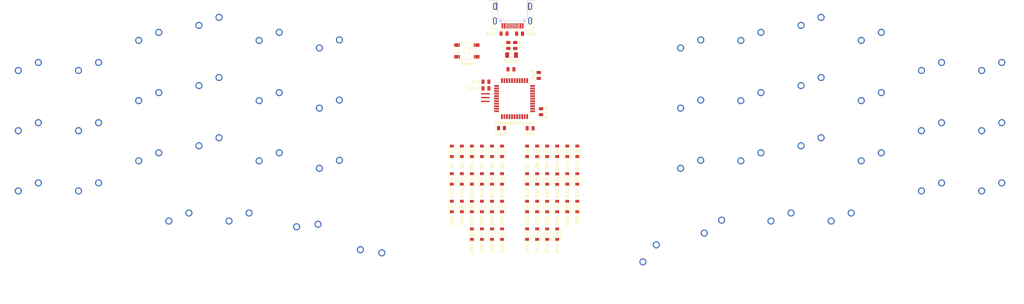
<source format=kicad_pcb>
(kicad_pcb (version 20200119) (host pcbnew "(5.99.0-1351-gc977addfa)")
  (layers (0 "F.Cu" signal) (31 "B.Cu" signal) (34 "B.Paste" user) (35 "F.Paste" user) (36 "B.SilkS" user) (37 "F.SilkS" user) (38 "B.Mask" user) (39 "F.Mask" user) (44 "Edge.Cuts" user))
  (net 0 "")
  (net 1 "GND")
  (net 2 "Net-(C1-Pad1)")
  (net 3 "Net-(D1-Pad2)")
  (net 4 "row0")
  (net 5 "Net-(D2-Pad2)")
  (net 6 "Net-(D3-Pad2)")
  (net 7 "Net-(D4-Pad2)")
  (net 8 "Net-(D5-Pad2)")
  (net 9 "Net-(D6-Pad2)")
  (net 10 "Net-(D7-Pad2)")
  (net 11 "Net-(D8-Pad2)")
  (net 12 "Net-(D9-Pad2)")
  (net 13 "Net-(D10-Pad2)")
  (net 14 "Net-(D11-Pad2)")
  (net 15 "Net-(D12-Pad2)")
  (net 16 "Net-(D13-Pad2)")
  (net 17 "row1")
  (net 18 "Net-(D14-Pad2)")
  (net 19 "Net-(D15-Pad2)")
  (net 20 "Net-(D16-Pad2)")
  (net 21 "Net-(D17-Pad2)")
  (net 22 "Net-(D18-Pad2)")
  (net 23 "Net-(D19-Pad2)")
  (net 24 "Net-(D20-Pad2)")
  (net 25 "Net-(D21-Pad2)")
  (net 26 "Net-(D22-Pad2)")
  (net 27 "Net-(D23-Pad2)")
  (net 28 "Net-(D24-Pad2)")
  (net 29 "Net-(D25-Pad2)")
  (net 30 "Net-(D26-Pad2)")
  (net 31 "Net-(D27-Pad2)")
  (net 32 "row2")
  (net 33 "Net-(D28-Pad2)")
  (net 34 "Net-(D29-Pad2)")
  (net 35 "Net-(D30-Pad2)")
  (net 36 "Net-(D31-Pad2)")
  (net 37 "Net-(D32-Pad2)")
  (net 38 "Net-(D33-Pad2)")
  (net 39 "Net-(D34-Pad2)")
  (net 40 "Net-(D35-Pad2)")
  (net 41 "Net-(D36-Pad2)")
  (net 42 "Net-(D37-Pad2)")
  (net 43 "Net-(D38-Pad2)")
  (net 44 "Net-(D39-Pad2)")
  (net 45 "Net-(D40-Pad2)")
  (net 46 "Net-(D41-Pad2)")
  (net 47 "row3")
  (net 48 "Net-(D42-Pad2)")
  (net 49 "Net-(D43-Pad2)")
  (net 50 "Net-(D44-Pad2)")
  (net 51 "+5V")
  (net 52 "VCC")
  (net 53 "Net-(J1-PadB8)")
  (net 54 "Net-(J1-PadA5)")
  (net 55 "D-")
  (net 56 "Net-(J1-PadB5)")
  (net 57 "Net-(J1-PadA8)")
  (net 58 "D+")
  (net 59 "col0")
  (net 60 "col1")
  (net 61 "col2")
  (net 62 "col3")
  (net 63 "col4")
  (net 64 "col5")
  (net 65 "col8")
  (net 66 "col9")
  (net 67 "col10")
  (net 68 "col11")
  (net 69 "col6")
  (net 70 "col7")
  (net 71 "Net-(R1-Pad1)")
  (net 72 "Net-(R4-Pad2)")
  (net 73 "Net-(R5-Pad2)")
  (net 74 "Net-(R6-Pad1)")
  (net 75 "Net-(U1-Pad42)")
  (net 76 "Net-(U1-Pad41)")
  (net 77 "Net-(U1-Pad40)")
  (net 78 "Net-(U1-Pad39)")
  (net 79 "Net-(U1-Pad38)")
  (net 80 "Net-(U1-Pad37)")
  (net 81 "Net-(U1-Pad36)")
  (net 82 "Net-(U1-Pad32)")
  (net 83 "Net-(U1-Pad31)")
  (net 84 "Net-(U1-Pad30)")
  (net 85 "Net-(U1-Pad29)")
  (net 86 "Net-(U1-Pad28)")
  (net 87 "Net-(U1-Pad27)")
  (net 88 "Net-(U1-Pad26)")
  (net 89 "Net-(U1-Pad25)")
  (net 90 "Net-(U1-Pad22)")
  (net 91 "Net-(U1-Pad21)")
  (net 92 "Net-(U1-Pad20)")
  (net 93 "Net-(U1-Pad19)")
  (net 94 "Net-(U1-Pad18)")
  (net 95 "Net-(U1-Pad17)")
  (net 96 "Net-(U1-Pad16)")
  (net 97 "Net-(U1-Pad12)")
  (net 98 "Net-(U1-Pad11)")
  (net 99 "Net-(U1-Pad10)")
  (net 100 "Net-(U1-Pad9)")
  (net 101 "Net-(U1-Pad8)")
  (net 102 "Net-(U1-Pad1)")
  (module "Local_Project:Resonator_SMD_muRata_CSTxExxV-3Pin_3.0x1.1mm_HandSoldering_Compact" (layer "F.Cu") (at 167.00625 36.985 90)
    (fp_text reference "Y1" hide)
    (fp_text value "16MHz" hide)
    (pad "1" smd roundrect (at -1.2 0 90) (size 0.4 2.8) (layers "F.Cu" "F.Paste" "F.Mask") (net 95 "Net-(U1-Pad17)"))
    (pad "2" smd roundrect (at 0 0 90) (size 0.4 2.8) (layers "F.Cu" "F.Paste" "F.Mask") (net 1 "GND"))
    (pad "3" smd roundrect (at 1.2 0 90) (size 0.4 2.8) (layers "F.Cu" "F.Paste" "F.Mask") (net 96 "Net-(U1-Pad16)"))
  )
  (module "Package_QFP:TQFP-44_10x10mm_P0.8mm" (layer "F.Cu") (at 176.2125 37.30625 -90)
    (fp_text reference "U1")
    (fp_text value "ATmega32U4-AU" (at 7.65 -0.0025 180) (layer "F.SilkS"))
    (pad "44" smd rect (at -4 -5.7) (size 1.5 0.55) (layers "F.Cu" "F.Paste" "F.Mask") (net 51 "+5V"))
    (pad "43" smd rect (at -3.2 -5.7) (size 1.5 0.55) (layers "F.Cu" "F.Paste" "F.Mask") (net 1 "GND"))
    (pad "42" smd rect (at -2.4 -5.7) (size 1.5 0.55) (layers "F.Cu" "F.Paste" "F.Mask") (net 75 "Net-(U1-Pad42)"))
    (pad "41" smd rect (at -1.6 -5.7) (size 1.5 0.55) (layers "F.Cu" "F.Paste" "F.Mask") (net 76 "Net-(U1-Pad41)"))
    (pad "40" smd rect (at -0.8 -5.7) (size 1.5 0.55) (layers "F.Cu" "F.Paste" "F.Mask") (net 77 "Net-(U1-Pad40)"))
    (pad "39" smd rect (at 0 -5.7) (size 1.5 0.55) (layers "F.Cu" "F.Paste" "F.Mask") (net 78 "Net-(U1-Pad39)"))
    (pad "38" smd rect (at 0.8 -5.7) (size 1.5 0.55) (layers "F.Cu" "F.Paste" "F.Mask") (net 79 "Net-(U1-Pad38)"))
    (pad "37" smd rect (at 1.6 -5.7) (size 1.5 0.55) (layers "F.Cu" "F.Paste" "F.Mask") (net 80 "Net-(U1-Pad37)"))
    (pad "36" smd rect (at 2.4 -5.7) (size 1.5 0.55) (layers "F.Cu" "F.Paste" "F.Mask") (net 81 "Net-(U1-Pad36)"))
    (pad "35" smd rect (at 3.2 -5.7) (size 1.5 0.55) (layers "F.Cu" "F.Paste" "F.Mask") (net 1 "GND"))
    (pad "34" smd rect (at 4 -5.7) (size 1.5 0.55) (layers "F.Cu" "F.Paste" "F.Mask") (net 51 "+5V"))
    (pad "33" smd rect (at 5.7 -4 270) (size 1.5 0.55) (layers "F.Cu" "F.Paste" "F.Mask") (net 74 "Net-(R6-Pad1)"))
    (pad "32" smd rect (at 5.7 -3.2 270) (size 1.5 0.55) (layers "F.Cu" "F.Paste" "F.Mask") (net 82 "Net-(U1-Pad32)"))
    (pad "31" smd rect (at 5.7 -2.4 270) (size 1.5 0.55) (layers "F.Cu" "F.Paste" "F.Mask") (net 83 "Net-(U1-Pad31)"))
    (pad "30" smd rect (at 5.7 -1.6 270) (size 1.5 0.55) (layers "F.Cu" "F.Paste" "F.Mask") (net 84 "Net-(U1-Pad30)"))
    (pad "29" smd rect (at 5.7 -0.8 270) (size 1.5 0.55) (layers "F.Cu" "F.Paste" "F.Mask") (net 85 "Net-(U1-Pad29)"))
    (pad "28" smd rect (at 5.7 0 270) (size 1.5 0.55) (layers "F.Cu" "F.Paste" "F.Mask") (net 86 "Net-(U1-Pad28)"))
    (pad "27" smd rect (at 5.7 0.8 270) (size 1.5 0.55) (layers "F.Cu" "F.Paste" "F.Mask") (net 87 "Net-(U1-Pad27)"))
    (pad "26" smd rect (at 5.7 1.6 270) (size 1.5 0.55) (layers "F.Cu" "F.Paste" "F.Mask") (net 88 "Net-(U1-Pad26)"))
    (pad "25" smd rect (at 5.7 2.4 270) (size 1.5 0.55) (layers "F.Cu" "F.Paste" "F.Mask") (net 89 "Net-(U1-Pad25)"))
    (pad "24" smd rect (at 5.7 3.2 270) (size 1.5 0.55) (layers "F.Cu" "F.Paste" "F.Mask") (net 51 "+5V"))
    (pad "23" smd rect (at 5.7 4 270) (size 1.5 0.55) (layers "F.Cu" "F.Paste" "F.Mask") (net 1 "GND"))
    (pad "22" smd rect (at 4 5.7) (size 1.5 0.55) (layers "F.Cu" "F.Paste" "F.Mask") (net 90 "Net-(U1-Pad22)"))
    (pad "21" smd rect (at 3.2 5.7) (size 1.5 0.55) (layers "F.Cu" "F.Paste" "F.Mask") (net 91 "Net-(U1-Pad21)"))
    (pad "20" smd rect (at 2.4 5.7) (size 1.5 0.55) (layers "F.Cu" "F.Paste" "F.Mask") (net 92 "Net-(U1-Pad20)"))
    (pad "19" smd rect (at 1.6 5.7) (size 1.5 0.55) (layers "F.Cu" "F.Paste" "F.Mask") (net 93 "Net-(U1-Pad19)"))
    (pad "18" smd rect (at 0.8 5.7) (size 1.5 0.55) (layers "F.Cu" "F.Paste" "F.Mask") (net 94 "Net-(U1-Pad18)"))
    (pad "17" smd rect (at 0 5.7) (size 1.5 0.55) (layers "F.Cu" "F.Paste" "F.Mask") (net 95 "Net-(U1-Pad17)"))
    (pad "16" smd rect (at -0.8 5.7) (size 1.5 0.55) (layers "F.Cu" "F.Paste" "F.Mask") (net 96 "Net-(U1-Pad16)"))
    (pad "15" smd rect (at -1.6 5.7) (size 1.5 0.55) (layers "F.Cu" "F.Paste" "F.Mask") (net 1 "GND"))
    (pad "14" smd rect (at -2.4 5.7) (size 1.5 0.55) (layers "F.Cu" "F.Paste" "F.Mask") (net 51 "+5V"))
    (pad "13" smd rect (at -3.2 5.7) (size 1.5 0.55) (layers "F.Cu" "F.Paste" "F.Mask") (net 71 "Net-(R1-Pad1)"))
    (pad "12" smd rect (at -4 5.7) (size 1.5 0.55) (layers "F.Cu" "F.Paste" "F.Mask") (net 97 "Net-(U1-Pad12)"))
    (pad "11" smd rect (at -5.7 4 270) (size 1.5 0.55) (layers "F.Cu" "F.Paste" "F.Mask") (net 98 "Net-(U1-Pad11)"))
    (pad "10" smd rect (at -5.7 3.2 270) (size 1.5 0.55) (layers "F.Cu" "F.Paste" "F.Mask") (net 99 "Net-(U1-Pad10)"))
    (pad "9" smd rect (at -5.7 2.4 270) (size 1.5 0.55) (layers "F.Cu" "F.Paste" "F.Mask") (net 100 "Net-(U1-Pad9)"))
    (pad "8" smd rect (at -5.7 1.6 270) (size 1.5 0.55) (layers "F.Cu" "F.Paste" "F.Mask") (net 101 "Net-(U1-Pad8)"))
    (pad "7" smd rect (at -5.7 0.8 270) (size 1.5 0.55) (layers "F.Cu" "F.Paste" "F.Mask") (net 51 "+5V"))
    (pad "6" smd rect (at -5.7 0 270) (size 1.5 0.55) (layers "F.Cu" "F.Paste" "F.Mask") (net 2 "Net-(C1-Pad1)"))
    (pad "5" smd rect (at -5.7 -0.8 270) (size 1.5 0.55) (layers "F.Cu" "F.Paste" "F.Mask") (net 1 "GND"))
    (pad "4" smd rect (at -5.7 -1.6 270) (size 1.5 0.55) (layers "F.Cu" "F.Paste" "F.Mask") (net 72 "Net-(R4-Pad2)"))
    (pad "3" smd rect (at -5.7 -2.4 270) (size 1.5 0.55) (layers "F.Cu" "F.Paste" "F.Mask") (net 73 "Net-(R5-Pad2)"))
    (pad "2" smd rect (at -5.7 -3.2 270) (size 1.5 0.55) (layers "F.Cu" "F.Paste" "F.Mask") (net 51 "+5V"))
    (pad "1" smd rect (at -5.7 -4 270) (size 1.5 0.55) (layers "F.Cu" "F.Paste" "F.Mask") (net 102 "Net-(U1-Pad1)"))
  )
  (module "Local_Project:SKQG-1155865" (layer "F.Cu") (at 161.13125 22.225 180)
    (fp_text reference "SW1")
    (fp_text value "Reset" (at 0 -4.064) (layer "F.SilkS"))
    (pad "4" smd rect (at -3.1 1.85 180) (size 1.8 1.1) (layers "F.Cu" "F.Paste" "F.Mask"))
    (pad "3" smd rect (at 3.1 -1.85 180) (size 1.8 1.1) (layers "F.Cu" "F.Paste" "F.Mask"))
    (pad "2" smd rect (at -3.1 -1.85 180) (size 1.8 1.1) (layers "F.Cu" "F.Paste" "F.Mask") (net 71 "Net-(R1-Pad1)"))
    (pad "1" smd rect (at 3.1 1.85 180) (size 1.8 1.1) (layers "F.Cu" "F.Paste" "F.Mask") (net 1 "GND"))
  )
  (module "Resistor_SMD:R_0805_2012Metric" (layer "F.Cu") (at 181.145 46.69625)
    (fp_text reference "R6")
    (fp_text value "10k" (at 0 1.65) (layer "F.SilkS"))
    (pad "2" smd roundrect (at 0.9375 0) (size 0.975 1.4) (layers "F.Cu" "F.Paste" "F.Mask") (net 1 "GND"))
    (pad "1" smd roundrect (at -0.9375 0) (size 0.975 1.4) (layers "F.Cu" "F.Paste" "F.Mask") (net 74 "Net-(R6-Pad1)"))
  )
  (module "Resistor_SMD:R_0805_2012Metric" (layer "F.Cu") (at 176.43375 20.485 -90)
    (fp_text reference "R5")
    (fp_text value "22" (at 0 -1.7 90) (layer "F.SilkS"))
    (pad "2" smd roundrect (at 0.9375 0 270) (size 0.975 1.4) (layers "F.Cu" "F.Paste" "F.Mask") (net 73 "Net-(R5-Pad2)"))
    (pad "1" smd roundrect (at -0.9375 0 270) (size 0.975 1.4) (layers "F.Cu" "F.Paste" "F.Mask") (net 55 "D-"))
  )
  (module "Resistor_SMD:R_0805_2012Metric" (layer "F.Cu") (at 174.24875 20.485 -90)
    (fp_text reference "R4")
    (fp_text value "22" (at 0 1.65 90) (layer "F.SilkS"))
    (pad "2" smd roundrect (at 0.9375 0 270) (size 0.975 1.4) (layers "F.Cu" "F.Paste" "F.Mask") (net 72 "Net-(R4-Pad2)"))
    (pad "1" smd roundrect (at -0.9375 0 270) (size 0.975 1.4) (layers "F.Cu" "F.Paste" "F.Mask") (net 58 "D+"))
  )
  (module "Resistor_SMD:R_0805_2012Metric" (layer "F.Cu") (at 172.89375 16.735 180)
    (fp_text reference "R3")
    (fp_text value "5.1k" (at 4.1125 0) (layer "F.SilkS"))
    (pad "2" smd roundrect (at 0.9375 0 180) (size 0.975 1.4) (layers "F.Cu" "F.Paste" "F.Mask") (net 1 "GND"))
    (pad "1" smd roundrect (at -0.9375 0 180) (size 0.975 1.4) (layers "F.Cu" "F.Paste" "F.Mask") (net 56 "Net-(J1-PadB5)"))
  )
  (module "Resistor_SMD:R_0805_2012Metric" (layer "F.Cu") (at 177.80375 16.755)
    (fp_text reference "R2")
    (fp_text value "5.1k" (at 3.96875 0) (layer "F.SilkS"))
    (pad "2" smd roundrect (at 0.9375 0) (size 0.975 1.4) (layers "F.Cu" "F.Paste" "F.Mask") (net 1 "GND"))
    (pad "1" smd roundrect (at -0.9375 0) (size 0.975 1.4) (layers "F.Cu" "F.Paste" "F.Mask") (net 54 "Net-(J1-PadA5)"))
  )
  (module "Resistor_SMD:R_0805_2012Metric" (layer "F.Cu") (at 167.165 31.95625 180)
    (fp_text reference "R1")
    (fp_text value "10k" (at 3.07 0) (layer "F.SilkS"))
    (pad "2" smd roundrect (at 0.9375 0 180) (size 0.975 1.4) (layers "F.Cu" "F.Paste" "F.Mask") (net 51 "+5V"))
    (pad "1" smd roundrect (at -0.9375 0 180) (size 0.975 1.4) (layers "F.Cu" "F.Paste" "F.Mask") (net 71 "Net-(R1-Pad1)"))
  )
  (module "MX_Only:MXOnly-1U-NoLED" (layer "F.Cu") (at 280.19375 78.58125)
    (fp_text reference "K_44")
    (fp_text value "Alt")
    (pad "2" thru_hole circle (at 2.54 -5.08) (size 2.25 2.25) (drill 1.47) (layers *.Cu "B.Mask") (net 50 "Net-(D44-Pad2)"))
    (pad "" np_thru_hole circle (at 0 0) (size 3.9878 3.9878) (drill 3.9878) (layers *.Cu *.Mask))
    (pad "1" thru_hole circle (at -3.81 -2.54) (size 2.25 2.25) (drill 1.47) (layers *.Cu "B.Mask") (net 66 "col9"))
    (pad "" np_thru_hole circle (at -5.08 0 48.0996) (size 1.75 1.75) (drill 1.75) (layers *.Cu *.Mask))
    (pad "" np_thru_hole circle (at 5.08 0 48.0996) (size 1.75 1.75) (drill 1.75) (layers *.Cu *.Mask))
  )
  (module "MX_Only:MXOnly-1U-NoLED" (layer "F.Cu") (at 261.14375 78.58125)
    (fp_text reference "K_43")
    (fp_text value "Backspace")
    (pad "2" thru_hole circle (at 2.54 -5.08) (size 2.25 2.25) (drill 1.47) (layers *.Cu "B.Mask") (net 49 "Net-(D43-Pad2)"))
    (pad "" np_thru_hole circle (at 0 0) (size 3.9878 3.9878) (drill 3.9878) (layers *.Cu *.Mask))
    (pad "1" thru_hole circle (at -3.81 -2.54) (size 2.25 2.25) (drill 1.47) (layers *.Cu "B.Mask") (net 65 "col8"))
    (pad "" np_thru_hole circle (at -5.08 0 48.0996) (size 1.75 1.75) (drill 1.75) (layers *.Cu *.Mask))
    (pad "" np_thru_hole circle (at 5.08 0 48.0996) (size 1.75 1.75) (drill 1.75) (layers *.Cu *.Mask))
  )
  (module "MX_Only:MXOnly-1U-NoLED" (layer "F.Cu") (at 240.575 81.325 15)
    (fp_text reference "K_41")
    (fp_text value "Space")
    (pad "2" thru_hole circle (at 2.54 -5.08 15) (size 2.25 2.25) (drill 1.47) (layers *.Cu "B.Mask") (net 46 "Net-(D41-Pad2)"))
    (pad "" np_thru_hole circle (at 0 0 15) (size 3.9878 3.9878) (drill 3.9878) (layers *.Cu *.Mask))
    (pad "1" thru_hole circle (at -3.81 -2.54 15) (size 2.25 2.25) (drill 1.47) (layers *.Cu "B.Mask") (net 69 "col6"))
    (pad "" np_thru_hole circle (at -5.08 0 63.0996) (size 1.75 1.75) (drill 1.75) (layers *.Cu *.Mask))
    (pad "" np_thru_hole circle (at 5.08 0 63.0996) (size 1.75 1.75) (drill 1.75) (layers *.Cu *.Mask))
  )
  (module "MX_Only:MXOnly-1U-NoLED" (layer "F.Cu") (at 221.4 89.25 30)
    (fp_text reference "K_42")
    (fp_text value "Enter")
    (pad "2" thru_hole circle (at 2.54 -5.08 30) (size 2.25 2.25) (drill 1.47) (layers *.Cu "B.Mask") (net 48 "Net-(D42-Pad2)"))
    (pad "" np_thru_hole circle (at 0 0 30) (size 3.9878 3.9878) (drill 3.9878) (layers *.Cu *.Mask))
    (pad "1" thru_hole circle (at -3.81 -2.54 30) (size 2.25 2.25) (drill 1.47) (layers *.Cu "B.Mask") (net 70 "col7"))
    (pad "" np_thru_hole circle (at -5.08 0 78.0996) (size 1.75 1.75) (drill 1.75) (layers *.Cu *.Mask))
    (pad "" np_thru_hole circle (at 5.08 0 78.0996) (size 1.75 1.75) (drill 1.75) (layers *.Cu *.Mask))
  )
  (module "MX_Only:MXOnly-1U-NoLED" (layer "F.Cu") (at 129.475 89.225 -30)
    (fp_text reference "K_40")
    (fp_text value "ESC")
    (pad "2" thru_hole circle (at 2.54 -5.08 330) (size 2.25 2.25) (drill 1.47) (layers *.Cu "B.Mask") (net 45 "Net-(D40-Pad2)"))
    (pad "" np_thru_hole circle (at 0 0 330) (size 3.9878 3.9878) (drill 3.9878) (layers *.Cu *.Mask))
    (pad "1" thru_hole circle (at -3.81 -2.54 330) (size 2.25 2.25) (drill 1.47) (layers *.Cu "B.Mask") (net 64 "col5"))
    (pad "" np_thru_hole circle (at -5.08 0 18.0996) (size 1.75 1.75) (drill 1.75) (layers *.Cu *.Mask))
    (pad "" np_thru_hole circle (at 5.08 0 18.0996) (size 1.75 1.75) (drill 1.75) (layers *.Cu *.Mask))
  )
  (module "MX_Only:MXOnly-1U-NoLED" (layer "F.Cu") (at 110.275 81.3 -15)
    (fp_text reference "K_39")
    (fp_text value "FN")
    (pad "2" thru_hole circle (at 2.54 -5.08 345) (size 2.25 2.25) (drill 1.47) (layers *.Cu "B.Mask") (net 44 "Net-(D39-Pad2)"))
    (pad "" np_thru_hole circle (at 0 0 345) (size 3.9878 3.9878) (drill 3.9878) (layers *.Cu *.Mask))
    (pad "1" thru_hole circle (at -3.81 -2.54 345) (size 2.25 2.25) (drill 1.47) (layers *.Cu "B.Mask") (net 63 "col4"))
    (pad "" np_thru_hole circle (at -5.08 0 33.0996) (size 1.75 1.75) (drill 1.75) (layers *.Cu *.Mask))
    (pad "" np_thru_hole circle (at 5.08 0 33.0996) (size 1.75 1.75) (drill 1.75) (layers *.Cu *.Mask))
  )
  (module "MX_Only:MXOnly-1U-NoLED" (layer "F.Cu") (at 89.69375 78.58125)
    (fp_text reference "K_38")
    (fp_text value "Del")
    (pad "2" thru_hole circle (at 2.54 -5.08) (size 2.25 2.25) (drill 1.47) (layers *.Cu "B.Mask") (net 43 "Net-(D38-Pad2)"))
    (pad "" np_thru_hole circle (at 0 0) (size 3.9878 3.9878) (drill 3.9878) (layers *.Cu *.Mask))
    (pad "1" thru_hole circle (at -3.81 -2.54) (size 2.25 2.25) (drill 1.47) (layers *.Cu "B.Mask") (net 62 "col3"))
    (pad "" np_thru_hole circle (at -5.08 0 48.0996) (size 1.75 1.75) (drill 1.75) (layers *.Cu *.Mask))
    (pad "" np_thru_hole circle (at 5.08 0 48.0996) (size 1.75 1.75) (drill 1.75) (layers *.Cu *.Mask))
  )
  (module "MX_Only:MXOnly-1U-NoLED" (layer "F.Cu") (at 70.64375 78.58125)
    (fp_text reference "K_37")
    (fp_text value "Win")
    (pad "2" thru_hole circle (at 2.54 -5.08) (size 2.25 2.25) (drill 1.47) (layers *.Cu "B.Mask") (net 42 "Net-(D37-Pad2)"))
    (pad "" np_thru_hole circle (at 0 0) (size 3.9878 3.9878) (drill 3.9878) (layers *.Cu *.Mask))
    (pad "1" thru_hole circle (at -3.81 -2.54) (size 2.25 2.25) (drill 1.47) (layers *.Cu "B.Mask") (net 61 "col2"))
    (pad "" np_thru_hole circle (at -5.08 0 48.0996) (size 1.75 1.75) (drill 1.75) (layers *.Cu *.Mask))
    (pad "" np_thru_hole circle (at 5.08 0 48.0996) (size 1.75 1.75) (drill 1.75) (layers *.Cu *.Mask))
  )
  (module "MX_Only:MXOnly-1U-NoLED" (layer "F.Cu") (at 327.81875 69.05625)
    (fp_text reference "K_36")
    (fp_text value "Minus")
    (pad "2" thru_hole circle (at 2.54 -5.08) (size 2.25 2.25) (drill 1.47) (layers *.Cu "B.Mask") (net 41 "Net-(D36-Pad2)"))
    (pad "" np_thru_hole circle (at 0 0) (size 3.9878 3.9878) (drill 3.9878) (layers *.Cu *.Mask))
    (pad "1" thru_hole circle (at -3.81 -2.54) (size 2.25 2.25) (drill 1.47) (layers *.Cu "B.Mask") (net 68 "col11"))
    (pad "" np_thru_hole circle (at -5.08 0 48.0996) (size 1.75 1.75) (drill 1.75) (layers *.Cu *.Mask))
    (pad "" np_thru_hole circle (at 5.08 0 48.0996) (size 1.75 1.75) (drill 1.75) (layers *.Cu *.Mask))
  )
  (module "MX_Only:MXOnly-1U-NoLED" (layer "F.Cu") (at 308.76875 69.05625)
    (fp_text reference "K_35")
    (fp_text value "Question")
    (pad "2" thru_hole circle (at 2.54 -5.08) (size 2.25 2.25) (drill 1.47) (layers *.Cu "B.Mask") (net 40 "Net-(D35-Pad2)"))
    (pad "" np_thru_hole circle (at 0 0) (size 3.9878 3.9878) (drill 3.9878) (layers *.Cu *.Mask))
    (pad "1" thru_hole circle (at -3.81 -2.54) (size 2.25 2.25) (drill 1.47) (layers *.Cu "B.Mask") (net 67 "col10"))
    (pad "" np_thru_hole circle (at -5.08 0 48.0996) (size 1.75 1.75) (drill 1.75) (layers *.Cu *.Mask))
    (pad "" np_thru_hole circle (at 5.08 0 48.0996) (size 1.75 1.75) (drill 1.75) (layers *.Cu *.Mask))
  )
  (module "MX_Only:MXOnly-1U-NoLED" (layer "F.Cu") (at 289.71875 59.53125)
    (fp_text reference "K_34")
    (fp_text value "Comma")
    (pad "2" thru_hole circle (at 2.54 -5.08) (size 2.25 2.25) (drill 1.47) (layers *.Cu "B.Mask") (net 39 "Net-(D34-Pad2)"))
    (pad "" np_thru_hole circle (at 0 0) (size 3.9878 3.9878) (drill 3.9878) (layers *.Cu *.Mask))
    (pad "1" thru_hole circle (at -3.81 -2.54) (size 2.25 2.25) (drill 1.47) (layers *.Cu "B.Mask") (net 66 "col9"))
    (pad "" np_thru_hole circle (at -5.08 0 48.0996) (size 1.75 1.75) (drill 1.75) (layers *.Cu *.Mask))
    (pad "" np_thru_hole circle (at 5.08 0 48.0996) (size 1.75 1.75) (drill 1.75) (layers *.Cu *.Mask))
  )
  (module "MX_Only:MXOnly-1U-NoLED" (layer "F.Cu") (at 270.66875 54.76875)
    (fp_text reference "K_33")
    (fp_text value "Dot")
    (pad "2" thru_hole circle (at 2.54 -5.08) (size 2.25 2.25) (drill 1.47) (layers *.Cu "B.Mask") (net 38 "Net-(D33-Pad2)"))
    (pad "" np_thru_hole circle (at 0 0) (size 3.9878 3.9878) (drill 3.9878) (layers *.Cu *.Mask))
    (pad "1" thru_hole circle (at -3.81 -2.54) (size 2.25 2.25) (drill 1.47) (layers *.Cu "B.Mask") (net 65 "col8"))
    (pad "" np_thru_hole circle (at -5.08 0 48.0996) (size 1.75 1.75) (drill 1.75) (layers *.Cu *.Mask))
    (pad "" np_thru_hole circle (at 5.08 0 48.0996) (size 1.75 1.75) (drill 1.75) (layers *.Cu *.Mask))
  )
  (module "MX_Only:MXOnly-1U-NoLED" (layer "F.Cu") (at 251.61875 59.53125)
    (fp_text reference "K_32")
    (fp_text value "M")
    (pad "2" thru_hole circle (at 2.54 -5.08) (size 2.25 2.25) (drill 1.47) (layers *.Cu "B.Mask") (net 37 "Net-(D32-Pad2)"))
    (pad "" np_thru_hole circle (at 0 0) (size 3.9878 3.9878) (drill 3.9878) (layers *.Cu *.Mask))
    (pad "1" thru_hole circle (at -3.81 -2.54) (size 2.25 2.25) (drill 1.47) (layers *.Cu "B.Mask") (net 70 "col7"))
    (pad "" np_thru_hole circle (at -5.08 0 48.0996) (size 1.75 1.75) (drill 1.75) (layers *.Cu *.Mask))
    (pad "" np_thru_hole circle (at 5.08 0 48.0996) (size 1.75 1.75) (drill 1.75) (layers *.Cu *.Mask))
  )
  (module "MX_Only:MXOnly-1U-NoLED" (layer "F.Cu") (at 232.56875 61.9125)
    (fp_text reference "K_31")
    (fp_text value "N")
    (pad "2" thru_hole circle (at 2.54 -5.08) (size 2.25 2.25) (drill 1.47) (layers *.Cu "B.Mask") (net 36 "Net-(D31-Pad2)"))
    (pad "" np_thru_hole circle (at 0 0) (size 3.9878 3.9878) (drill 3.9878) (layers *.Cu *.Mask))
    (pad "1" thru_hole circle (at -3.81 -2.54) (size 2.25 2.25) (drill 1.47) (layers *.Cu "B.Mask") (net 69 "col6"))
    (pad "" np_thru_hole circle (at -5.08 0 48.0996) (size 1.75 1.75) (drill 1.75) (layers *.Cu *.Mask))
    (pad "" np_thru_hole circle (at 5.08 0 48.0996) (size 1.75 1.75) (drill 1.75) (layers *.Cu *.Mask))
  )
  (module "MX_Only:MXOnly-1U-NoLED" (layer "F.Cu") (at 118.26875 61.9125)
    (fp_text reference "K_30")
    (fp_text value "B")
    (pad "2" thru_hole circle (at 2.54 -5.08) (size 2.25 2.25) (drill 1.47) (layers *.Cu "B.Mask") (net 35 "Net-(D30-Pad2)"))
    (pad "" np_thru_hole circle (at 0 0) (size 3.9878 3.9878) (drill 3.9878) (layers *.Cu *.Mask))
    (pad "1" thru_hole circle (at -3.81 -2.54) (size 2.25 2.25) (drill 1.47) (layers *.Cu "B.Mask") (net 64 "col5"))
    (pad "" np_thru_hole circle (at -5.08 0 48.0996) (size 1.75 1.75) (drill 1.75) (layers *.Cu *.Mask))
    (pad "" np_thru_hole circle (at 5.08 0 48.0996) (size 1.75 1.75) (drill 1.75) (layers *.Cu *.Mask))
  )
  (module "MX_Only:MXOnly-1U-NoLED" (layer "F.Cu") (at 99.21875 59.53125)
    (fp_text reference "K_29")
    (fp_text value "V")
    (pad "2" thru_hole circle (at 2.54 -5.08) (size 2.25 2.25) (drill 1.47) (layers *.Cu "B.Mask") (net 34 "Net-(D29-Pad2)"))
    (pad "" np_thru_hole circle (at 0 0) (size 3.9878 3.9878) (drill 3.9878) (layers *.Cu *.Mask))
    (pad "1" thru_hole circle (at -3.81 -2.54) (size 2.25 2.25) (drill 1.47) (layers *.Cu "B.Mask") (net 63 "col4"))
    (pad "" np_thru_hole circle (at -5.08 0 48.0996) (size 1.75 1.75) (drill 1.75) (layers *.Cu *.Mask))
    (pad "" np_thru_hole circle (at 5.08 0 48.0996) (size 1.75 1.75) (drill 1.75) (layers *.Cu *.Mask))
  )
  (module "MX_Only:MXOnly-1U-NoLED" (layer "F.Cu") (at 80.16875 54.76875)
    (fp_text reference "K_28")
    (fp_text value "C")
    (pad "2" thru_hole circle (at 2.54 -5.08) (size 2.25 2.25) (drill 1.47) (layers *.Cu "B.Mask") (net 33 "Net-(D28-Pad2)"))
    (pad "" np_thru_hole circle (at 0 0) (size 3.9878 3.9878) (drill 3.9878) (layers *.Cu *.Mask))
    (pad "1" thru_hole circle (at -3.81 -2.54) (size 2.25 2.25) (drill 1.47) (layers *.Cu "B.Mask") (net 62 "col3"))
    (pad "" np_thru_hole circle (at -5.08 0 48.0996) (size 1.75 1.75) (drill 1.75) (layers *.Cu *.Mask))
    (pad "" np_thru_hole circle (at 5.08 0 48.0996) (size 1.75 1.75) (drill 1.75) (layers *.Cu *.Mask))
  )
  (module "MX_Only:MXOnly-1U-NoLED" (layer "F.Cu") (at 61.11875 59.53125)
    (fp_text reference "K_27")
    (fp_text value "X")
    (pad "2" thru_hole circle (at 2.54 -5.08) (size 2.25 2.25) (drill 1.47) (layers *.Cu "B.Mask") (net 31 "Net-(D27-Pad2)"))
    (pad "" np_thru_hole circle (at 0 0) (size 3.9878 3.9878) (drill 3.9878) (layers *.Cu *.Mask))
    (pad "1" thru_hole circle (at -3.81 -2.54) (size 2.25 2.25) (drill 1.47) (layers *.Cu "B.Mask") (net 61 "col2"))
    (pad "" np_thru_hole circle (at -5.08 0 48.0996) (size 1.75 1.75) (drill 1.75) (layers *.Cu *.Mask))
    (pad "" np_thru_hole circle (at 5.08 0 48.0996) (size 1.75 1.75) (drill 1.75) (layers *.Cu *.Mask))
  )
  (module "MX_Only:MXOnly-1U-NoLED" (layer "F.Cu") (at 42.06875 69.05625)
    (fp_text reference "K_26")
    (fp_text value "Z")
    (pad "2" thru_hole circle (at 2.54 -5.08) (size 2.25 2.25) (drill 1.47) (layers *.Cu "B.Mask") (net 30 "Net-(D26-Pad2)"))
    (pad "" np_thru_hole circle (at 0 0) (size 3.9878 3.9878) (drill 3.9878) (layers *.Cu *.Mask))
    (pad "1" thru_hole circle (at -3.81 -2.54) (size 2.25 2.25) (drill 1.47) (layers *.Cu "B.Mask") (net 60 "col1"))
    (pad "" np_thru_hole circle (at -5.08 0 48.0996) (size 1.75 1.75) (drill 1.75) (layers *.Cu *.Mask))
    (pad "" np_thru_hole circle (at 5.08 0 48.0996) (size 1.75 1.75) (drill 1.75) (layers *.Cu *.Mask))
  )
  (module "MX_Only:MXOnly-1U-NoLED" (layer "F.Cu") (at 23.01875 69.05625)
    (fp_text reference "K_25")
    (fp_text value "Shift")
    (pad "2" thru_hole circle (at 2.54 -5.08) (size 2.25 2.25) (drill 1.47) (layers *.Cu "B.Mask") (net 29 "Net-(D25-Pad2)"))
    (pad "" np_thru_hole circle (at 0 0) (size 3.9878 3.9878) (drill 3.9878) (layers *.Cu *.Mask))
    (pad "1" thru_hole circle (at -3.81 -2.54) (size 2.25 2.25) (drill 1.47) (layers *.Cu "B.Mask") (net 59 "col0"))
    (pad "" np_thru_hole circle (at -5.08 0 48.0996) (size 1.75 1.75) (drill 1.75) (layers *.Cu *.Mask))
    (pad "" np_thru_hole circle (at 5.08 0 48.0996) (size 1.75 1.75) (drill 1.75) (layers *.Cu *.Mask))
  )
  (module "MX_Only:MXOnly-1U-NoLED" (layer "F.Cu") (at 327.81875 50.00625)
    (fp_text reference "K_24")
    (fp_text value "Quote")
    (pad "2" thru_hole circle (at 2.54 -5.08) (size 2.25 2.25) (drill 1.47) (layers *.Cu "B.Mask") (net 28 "Net-(D24-Pad2)"))
    (pad "" np_thru_hole circle (at 0 0) (size 3.9878 3.9878) (drill 3.9878) (layers *.Cu *.Mask))
    (pad "1" thru_hole circle (at -3.81 -2.54) (size 2.25 2.25) (drill 1.47) (layers *.Cu "B.Mask") (net 68 "col11"))
    (pad "" np_thru_hole circle (at -5.08 0 48.0996) (size 1.75 1.75) (drill 1.75) (layers *.Cu *.Mask))
    (pad "" np_thru_hole circle (at 5.08 0 48.0996) (size 1.75 1.75) (drill 1.75) (layers *.Cu *.Mask))
  )
  (module "MX_Only:MXOnly-1U-NoLED" (layer "F.Cu") (at 308.76875 50.00625)
    (fp_text reference "K_23")
    (fp_text value "Colon")
    (pad "2" thru_hole circle (at 2.54 -5.08) (size 2.25 2.25) (drill 1.47) (layers *.Cu "B.Mask") (net 27 "Net-(D23-Pad2)"))
    (pad "" np_thru_hole circle (at 0 0) (size 3.9878 3.9878) (drill 3.9878) (layers *.Cu *.Mask))
    (pad "1" thru_hole circle (at -3.81 -2.54) (size 2.25 2.25) (drill 1.47) (layers *.Cu "B.Mask") (net 67 "col10"))
    (pad "" np_thru_hole circle (at -5.08 0 48.0996) (size 1.75 1.75) (drill 1.75) (layers *.Cu *.Mask))
    (pad "" np_thru_hole circle (at 5.08 0 48.0996) (size 1.75 1.75) (drill 1.75) (layers *.Cu *.Mask))
  )
  (module "MX_Only:MXOnly-1U-NoLED" (layer "F.Cu") (at 289.71875 40.48125)
    (fp_text reference "K_22")
    (fp_text value "L")
    (pad "2" thru_hole circle (at 2.54 -5.08) (size 2.25 2.25) (drill 1.47) (layers *.Cu "B.Mask") (net 26 "Net-(D22-Pad2)"))
    (pad "" np_thru_hole circle (at 0 0) (size 3.9878 3.9878) (drill 3.9878) (layers *.Cu *.Mask))
    (pad "1" thru_hole circle (at -3.81 -2.54) (size 2.25 2.25) (drill 1.47) (layers *.Cu "B.Mask") (net 66 "col9"))
    (pad "" np_thru_hole circle (at -5.08 0 48.0996) (size 1.75 1.75) (drill 1.75) (layers *.Cu *.Mask))
    (pad "" np_thru_hole circle (at 5.08 0 48.0996) (size 1.75 1.75) (drill 1.75) (layers *.Cu *.Mask))
  )
  (module "MX_Only:MXOnly-1U-NoLED" (layer "F.Cu") (at 270.66875 35.71875)
    (fp_text reference "K_21")
    (fp_text value "K")
    (pad "2" thru_hole circle (at 2.54 -5.08) (size 2.25 2.25) (drill 1.47) (layers *.Cu "B.Mask") (net 25 "Net-(D21-Pad2)"))
    (pad "" np_thru_hole circle (at 0 0) (size 3.9878 3.9878) (drill 3.9878) (layers *.Cu *.Mask))
    (pad "1" thru_hole circle (at -3.81 -2.54) (size 2.25 2.25) (drill 1.47) (layers *.Cu "B.Mask") (net 65 "col8"))
    (pad "" np_thru_hole circle (at -5.08 0 48.0996) (size 1.75 1.75) (drill 1.75) (layers *.Cu *.Mask))
    (pad "" np_thru_hole circle (at 5.08 0 48.0996) (size 1.75 1.75) (drill 1.75) (layers *.Cu *.Mask))
  )
  (module "MX_Only:MXOnly-1U-NoLED" (layer "F.Cu") (at 251.61875 40.48125)
    (fp_text reference "K_20")
    (fp_text value "J")
    (pad "2" thru_hole circle (at 2.54 -5.08) (size 2.25 2.25) (drill 1.47) (layers *.Cu "B.Mask") (net 24 "Net-(D20-Pad2)"))
    (pad "" np_thru_hole circle (at 0 0) (size 3.9878 3.9878) (drill 3.9878) (layers *.Cu *.Mask))
    (pad "1" thru_hole circle (at -3.81 -2.54) (size 2.25 2.25) (drill 1.47) (layers *.Cu "B.Mask") (net 70 "col7"))
    (pad "" np_thru_hole circle (at -5.08 0 48.0996) (size 1.75 1.75) (drill 1.75) (layers *.Cu *.Mask))
    (pad "" np_thru_hole circle (at 5.08 0 48.0996) (size 1.75 1.75) (drill 1.75) (layers *.Cu *.Mask))
  )
  (module "MX_Only:MXOnly-1U-NoLED" (layer "F.Cu") (at 232.56875 42.8625)
    (fp_text reference "K_19")
    (fp_text value "H")
    (pad "2" thru_hole circle (at 2.54 -5.08) (size 2.25 2.25) (drill 1.47) (layers *.Cu "B.Mask") (net 23 "Net-(D19-Pad2)"))
    (pad "" np_thru_hole circle (at 0 0) (size 3.9878 3.9878) (drill 3.9878) (layers *.Cu *.Mask))
    (pad "1" thru_hole circle (at -3.81 -2.54) (size 2.25 2.25) (drill 1.47) (layers *.Cu "B.Mask") (net 69 "col6"))
    (pad "" np_thru_hole circle (at -5.08 0 48.0996) (size 1.75 1.75) (drill 1.75) (layers *.Cu *.Mask))
    (pad "" np_thru_hole circle (at 5.08 0 48.0996) (size 1.75 1.75) (drill 1.75) (layers *.Cu *.Mask))
  )
  (module "MX_Only:MXOnly-1U-NoLED" (layer "F.Cu") (at 118.26875 42.8625)
    (fp_text reference "K_18")
    (fp_text value "G")
    (pad "2" thru_hole circle (at 2.54 -5.08) (size 2.25 2.25) (drill 1.47) (layers *.Cu "B.Mask") (net 22 "Net-(D18-Pad2)"))
    (pad "" np_thru_hole circle (at 0 0) (size 3.9878 3.9878) (drill 3.9878) (layers *.Cu *.Mask))
    (pad "1" thru_hole circle (at -3.81 -2.54) (size 2.25 2.25) (drill 1.47) (layers *.Cu "B.Mask") (net 64 "col5"))
    (pad "" np_thru_hole circle (at -5.08 0 48.0996) (size 1.75 1.75) (drill 1.75) (layers *.Cu *.Mask))
    (pad "" np_thru_hole circle (at 5.08 0 48.0996) (size 1.75 1.75) (drill 1.75) (layers *.Cu *.Mask))
  )
  (module "MX_Only:MXOnly-1U-NoLED" (layer "F.Cu") (at 99.21875 40.48125)
    (fp_text reference "K_17")
    (fp_text value "F")
    (pad "2" thru_hole circle (at 2.54 -5.08) (size 2.25 2.25) (drill 1.47) (layers *.Cu "B.Mask") (net 21 "Net-(D17-Pad2)"))
    (pad "" np_thru_hole circle (at 0 0) (size 3.9878 3.9878) (drill 3.9878) (layers *.Cu *.Mask))
    (pad "1" thru_hole circle (at -3.81 -2.54) (size 2.25 2.25) (drill 1.47) (layers *.Cu "B.Mask") (net 63 "col4"))
    (pad "" np_thru_hole circle (at -5.08 0 48.0996) (size 1.75 1.75) (drill 1.75) (layers *.Cu *.Mask))
    (pad "" np_thru_hole circle (at 5.08 0 48.0996) (size 1.75 1.75) (drill 1.75) (layers *.Cu *.Mask))
  )
  (module "MX_Only:MXOnly-1U-NoLED" (layer "F.Cu") (at 80.16875 35.71875)
    (fp_text reference "K_16")
    (fp_text value "D")
    (pad "2" thru_hole circle (at 2.54 -5.08) (size 2.25 2.25) (drill 1.47) (layers *.Cu "B.Mask") (net 20 "Net-(D16-Pad2)"))
    (pad "" np_thru_hole circle (at 0 0) (size 3.9878 3.9878) (drill 3.9878) (layers *.Cu *.Mask))
    (pad "1" thru_hole circle (at -3.81 -2.54) (size 2.25 2.25) (drill 1.47) (layers *.Cu "B.Mask") (net 62 "col3"))
    (pad "" np_thru_hole circle (at -5.08 0 48.0996) (size 1.75 1.75) (drill 1.75) (layers *.Cu *.Mask))
    (pad "" np_thru_hole circle (at 5.08 0 48.0996) (size 1.75 1.75) (drill 1.75) (layers *.Cu *.Mask))
  )
  (module "MX_Only:MXOnly-1U-NoLED" (layer "F.Cu") (at 61.11875 40.48125)
    (fp_text reference "K_15")
    (fp_text value "S")
    (pad "2" thru_hole circle (at 2.54 -5.08) (size 2.25 2.25) (drill 1.47) (layers *.Cu "B.Mask") (net 19 "Net-(D15-Pad2)"))
    (pad "" np_thru_hole circle (at 0 0) (size 3.9878 3.9878) (drill 3.9878) (layers *.Cu *.Mask))
    (pad "1" thru_hole circle (at -3.81 -2.54) (size 2.25 2.25) (drill 1.47) (layers *.Cu "B.Mask") (net 61 "col2"))
    (pad "" np_thru_hole circle (at -5.08 0 48.0996) (size 1.75 1.75) (drill 1.75) (layers *.Cu *.Mask))
    (pad "" np_thru_hole circle (at 5.08 0 48.0996) (size 1.75 1.75) (drill 1.75) (layers *.Cu *.Mask))
  )
  (module "MX_Only:MXOnly-1U-NoLED" (layer "F.Cu") (at 42.06875 50.00625)
    (fp_text reference "K_14")
    (fp_text value "A")
    (pad "2" thru_hole circle (at 2.54 -5.08) (size 2.25 2.25) (drill 1.47) (layers *.Cu "B.Mask") (net 18 "Net-(D14-Pad2)"))
    (pad "" np_thru_hole circle (at 0 0) (size 3.9878 3.9878) (drill 3.9878) (layers *.Cu *.Mask))
    (pad "1" thru_hole circle (at -3.81 -2.54) (size 2.25 2.25) (drill 1.47) (layers *.Cu "B.Mask") (net 60 "col1"))
    (pad "" np_thru_hole circle (at -5.08 0 48.0996) (size 1.75 1.75) (drill 1.75) (layers *.Cu *.Mask))
    (pad "" np_thru_hole circle (at 5.08 0 48.0996) (size 1.75 1.75) (drill 1.75) (layers *.Cu *.Mask))
  )
  (module "MX_Only:MXOnly-1U-NoLED" (layer "F.Cu") (at 23.01875 50.00625)
    (fp_text reference "K_13")
    (fp_text value "Tab")
    (pad "2" thru_hole circle (at 2.54 -5.08) (size 2.25 2.25) (drill 1.47) (layers *.Cu "B.Mask") (net 16 "Net-(D13-Pad2)"))
    (pad "" np_thru_hole circle (at 0 0) (size 3.9878 3.9878) (drill 3.9878) (layers *.Cu *.Mask))
    (pad "1" thru_hole circle (at -3.81 -2.54) (size 2.25 2.25) (drill 1.47) (layers *.Cu "B.Mask") (net 59 "col0"))
    (pad "" np_thru_hole circle (at -5.08 0 48.0996) (size 1.75 1.75) (drill 1.75) (layers *.Cu *.Mask))
    (pad "" np_thru_hole circle (at 5.08 0 48.0996) (size 1.75 1.75) (drill 1.75) (layers *.Cu *.Mask))
  )
  (module "MX_Only:MXOnly-1U-NoLED" (layer "F.Cu") (at 327.81875 30.95625)
    (fp_text reference "K_12")
    (fp_text value "Pipe")
    (pad "2" thru_hole circle (at 2.54 -5.08) (size 2.25 2.25) (drill 1.47) (layers *.Cu "B.Mask") (net 15 "Net-(D12-Pad2)"))
    (pad "" np_thru_hole circle (at 0 0) (size 3.9878 3.9878) (drill 3.9878) (layers *.Cu *.Mask))
    (pad "1" thru_hole circle (at -3.81 -2.54) (size 2.25 2.25) (drill 1.47) (layers *.Cu "B.Mask") (net 68 "col11"))
    (pad "" np_thru_hole circle (at -5.08 0 48.0996) (size 1.75 1.75) (drill 1.75) (layers *.Cu *.Mask))
    (pad "" np_thru_hole circle (at 5.08 0 48.0996) (size 1.75 1.75) (drill 1.75) (layers *.Cu *.Mask))
  )
  (module "MX_Only:MXOnly-1U-NoLED" (layer "F.Cu") (at 308.76875 30.95625)
    (fp_text reference "K_11")
    (fp_text value "P")
    (pad "2" thru_hole circle (at 2.54 -5.08) (size 2.25 2.25) (drill 1.47) (layers *.Cu "B.Mask") (net 14 "Net-(D11-Pad2)"))
    (pad "" np_thru_hole circle (at 0 0) (size 3.9878 3.9878) (drill 3.9878) (layers *.Cu *.Mask))
    (pad "1" thru_hole circle (at -3.81 -2.54) (size 2.25 2.25) (drill 1.47) (layers *.Cu "B.Mask") (net 67 "col10"))
    (pad "" np_thru_hole circle (at -5.08 0 48.0996) (size 1.75 1.75) (drill 1.75) (layers *.Cu *.Mask))
    (pad "" np_thru_hole circle (at 5.08 0 48.0996) (size 1.75 1.75) (drill 1.75) (layers *.Cu *.Mask))
  )
  (module "MX_Only:MXOnly-1U-NoLED" (layer "F.Cu") (at 289.71875 21.43125)
    (fp_text reference "K_10")
    (fp_text value "O")
    (pad "2" thru_hole circle (at 2.54 -5.08) (size 2.25 2.25) (drill 1.47) (layers *.Cu "B.Mask") (net 13 "Net-(D10-Pad2)"))
    (pad "" np_thru_hole circle (at 0 0) (size 3.9878 3.9878) (drill 3.9878) (layers *.Cu *.Mask))
    (pad "1" thru_hole circle (at -3.81 -2.54) (size 2.25 2.25) (drill 1.47) (layers *.Cu "B.Mask") (net 66 "col9"))
    (pad "" np_thru_hole circle (at -5.08 0 48.0996) (size 1.75 1.75) (drill 1.75) (layers *.Cu *.Mask))
    (pad "" np_thru_hole circle (at 5.08 0 48.0996) (size 1.75 1.75) (drill 1.75) (layers *.Cu *.Mask))
  )
  (module "MX_Only:MXOnly-1U-NoLED" (layer "F.Cu") (at 270.66875 16.66875)
    (fp_text reference "K_9")
    (fp_text value "I")
    (pad "2" thru_hole circle (at 2.54 -5.08) (size 2.25 2.25) (drill 1.47) (layers *.Cu "B.Mask") (net 12 "Net-(D9-Pad2)"))
    (pad "" np_thru_hole circle (at 0 0) (size 3.9878 3.9878) (drill 3.9878) (layers *.Cu *.Mask))
    (pad "1" thru_hole circle (at -3.81 -2.54) (size 2.25 2.25) (drill 1.47) (layers *.Cu "B.Mask") (net 65 "col8"))
    (pad "" np_thru_hole circle (at -5.08 0 48.0996) (size 1.75 1.75) (drill 1.75) (layers *.Cu *.Mask))
    (pad "" np_thru_hole circle (at 5.08 0 48.0996) (size 1.75 1.75) (drill 1.75) (layers *.Cu *.Mask))
  )
  (module "MX_Only:MXOnly-1U-NoLED" (layer "F.Cu") (at 251.61875 21.43125)
    (fp_text reference "K_8")
    (fp_text value "U")
    (pad "2" thru_hole circle (at 2.54 -5.08) (size 2.25 2.25) (drill 1.47) (layers *.Cu "B.Mask") (net 11 "Net-(D8-Pad2)"))
    (pad "" np_thru_hole circle (at 0 0) (size 3.9878 3.9878) (drill 3.9878) (layers *.Cu *.Mask))
    (pad "1" thru_hole circle (at -3.81 -2.54) (size 2.25 2.25) (drill 1.47) (layers *.Cu "B.Mask") (net 70 "col7"))
    (pad "" np_thru_hole circle (at -5.08 0 48.0996) (size 1.75 1.75) (drill 1.75) (layers *.Cu *.Mask))
    (pad "" np_thru_hole circle (at 5.08 0 48.0996) (size 1.75 1.75) (drill 1.75) (layers *.Cu *.Mask))
  )
  (module "MX_Only:MXOnly-1U-NoLED" (layer "F.Cu") (at 232.56875 23.8125)
    (fp_text reference "K_7")
    (fp_text value "Y")
    (pad "2" thru_hole circle (at 2.54 -5.08) (size 2.25 2.25) (drill 1.47) (layers *.Cu "B.Mask") (net 10 "Net-(D7-Pad2)"))
    (pad "" np_thru_hole circle (at 0 0) (size 3.9878 3.9878) (drill 3.9878) (layers *.Cu *.Mask))
    (pad "1" thru_hole circle (at -3.81 -2.54) (size 2.25 2.25) (drill 1.47) (layers *.Cu "B.Mask") (net 69 "col6"))
    (pad "" np_thru_hole circle (at -5.08 0 48.0996) (size 1.75 1.75) (drill 1.75) (layers *.Cu *.Mask))
    (pad "" np_thru_hole circle (at 5.08 0 48.0996) (size 1.75 1.75) (drill 1.75) (layers *.Cu *.Mask))
  )
  (module "MX_Only:MXOnly-1U-NoLED" (layer "F.Cu") (at 118.26875 23.8125)
    (fp_text reference "K_6")
    (fp_text value "T")
    (pad "2" thru_hole circle (at 2.54 -5.08) (size 2.25 2.25) (drill 1.47) (layers *.Cu "B.Mask") (net 9 "Net-(D6-Pad2)"))
    (pad "" np_thru_hole circle (at 0 0) (size 3.9878 3.9878) (drill 3.9878) (layers *.Cu *.Mask))
    (pad "1" thru_hole circle (at -3.81 -2.54) (size 2.25 2.25) (drill 1.47) (layers *.Cu "B.Mask") (net 64 "col5"))
    (pad "" np_thru_hole circle (at -5.08 0 48.0996) (size 1.75 1.75) (drill 1.75) (layers *.Cu *.Mask))
    (pad "" np_thru_hole circle (at 5.08 0 48.0996) (size 1.75 1.75) (drill 1.75) (layers *.Cu *.Mask))
  )
  (module "MX_Only:MXOnly-1U-NoLED" (layer "F.Cu") (at 99.21875 21.43125)
    (fp_text reference "K_5")
    (fp_text value "R")
    (pad "2" thru_hole circle (at 2.54 -5.08) (size 2.25 2.25) (drill 1.47) (layers *.Cu "B.Mask") (net 8 "Net-(D5-Pad2)"))
    (pad "" np_thru_hole circle (at 0 0) (size 3.9878 3.9878) (drill 3.9878) (layers *.Cu *.Mask))
    (pad "1" thru_hole circle (at -3.81 -2.54) (size 2.25 2.25) (drill 1.47) (layers *.Cu "B.Mask") (net 63 "col4"))
    (pad "" np_thru_hole circle (at -5.08 0 48.0996) (size 1.75 1.75) (drill 1.75) (layers *.Cu *.Mask))
    (pad "" np_thru_hole circle (at 5.08 0 48.0996) (size 1.75 1.75) (drill 1.75) (layers *.Cu *.Mask))
  )
  (module "MX_Only:MXOnly-1U-NoLED" (layer "F.Cu") (at 80.16875 16.66875)
    (fp_text reference "K_4")
    (fp_text value "E")
    (pad "2" thru_hole circle (at 2.54 -5.08) (size 2.25 2.25) (drill 1.47) (layers *.Cu "B.Mask") (net 7 "Net-(D4-Pad2)"))
    (pad "" np_thru_hole circle (at 0 0) (size 3.9878 3.9878) (drill 3.9878) (layers *.Cu *.Mask))
    (pad "1" thru_hole circle (at -3.81 -2.54) (size 2.25 2.25) (drill 1.47) (layers *.Cu "B.Mask") (net 62 "col3"))
    (pad "" np_thru_hole circle (at -5.08 0 48.0996) (size 1.75 1.75) (drill 1.75) (layers *.Cu *.Mask))
    (pad "" np_thru_hole circle (at 5.08 0 48.0996) (size 1.75 1.75) (drill 1.75) (layers *.Cu *.Mask))
  )
  (module "MX_Only:MXOnly-1U-NoLED" (layer "F.Cu") (at 61.11875 21.43125)
    (fp_text reference "K_3")
    (fp_text value "W")
    (pad "2" thru_hole circle (at 2.54 -5.08) (size 2.25 2.25) (drill 1.47) (layers *.Cu "B.Mask") (net 6 "Net-(D3-Pad2)"))
    (pad "" np_thru_hole circle (at 0 0) (size 3.9878 3.9878) (drill 3.9878) (layers *.Cu *.Mask))
    (pad "1" thru_hole circle (at -3.81 -2.54) (size 2.25 2.25) (drill 1.47) (layers *.Cu "B.Mask") (net 61 "col2"))
    (pad "" np_thru_hole circle (at -5.08 0 48.0996) (size 1.75 1.75) (drill 1.75) (layers *.Cu *.Mask))
    (pad "" np_thru_hole circle (at 5.08 0 48.0996) (size 1.75 1.75) (drill 1.75) (layers *.Cu *.Mask))
  )
  (module "MX_Only:MXOnly-1U-NoLED" (layer "F.Cu") (at 42.06875 30.95625)
    (fp_text reference "K_2")
    (fp_text value "Q")
    (pad "2" thru_hole circle (at 2.54 -5.08) (size 2.25 2.25) (drill 1.47) (layers *.Cu "B.Mask") (net 5 "Net-(D2-Pad2)"))
    (pad "" np_thru_hole circle (at 0 0) (size 3.9878 3.9878) (drill 3.9878) (layers *.Cu *.Mask))
    (pad "1" thru_hole circle (at -3.81 -2.54) (size 2.25 2.25) (drill 1.47) (layers *.Cu "B.Mask") (net 60 "col1"))
    (pad "" np_thru_hole circle (at -5.08 0 48.0996) (size 1.75 1.75) (drill 1.75) (layers *.Cu *.Mask))
    (pad "" np_thru_hole circle (at 5.08 0 48.0996) (size 1.75 1.75) (drill 1.75) (layers *.Cu *.Mask))
  )
  (module "MX_Only:MXOnly-1U-NoLED" (layer "F.Cu") (at 23.01875 30.95625)
    (fp_text reference "K_1")
    (fp_text value "ESC")
    (pad "2" thru_hole circle (at 2.54 -5.08) (size 2.25 2.25) (drill 1.47) (layers *.Cu "B.Mask") (net 3 "Net-(D1-Pad2)"))
    (pad "" np_thru_hole circle (at 0 0) (size 3.9878 3.9878) (drill 3.9878) (layers *.Cu *.Mask))
    (pad "1" thru_hole circle (at -3.81 -2.54) (size 2.25 2.25) (drill 1.47) (layers *.Cu "B.Mask") (net 59 "col0"))
    (pad "" np_thru_hole circle (at -5.08 0 48.0996) (size 1.75 1.75) (drill 1.75) (layers *.Cu *.Mask))
    (pad "" np_thru_hole circle (at 5.08 0 48.0996) (size 1.75 1.75) (drill 1.75) (layers *.Cu *.Mask))
  )
  (module "Local_Project:Mid_Mount-USB_C_HandSoldering" (layer "F.Cu") (at 175.58125 6.3575 90)
    (fp_text reference "J1")
    (fp_text value "USB2_C_Receptacle")
    (fp_arc (start -5.6 4.37) (end -5.6 4.67) (angle 150) (layer "Edge.Cuts") (width 0.15))
    (fp_arc (start -5.9 3.850384) (end -5.6 3.850384) (angle 60) (layer "Edge.Cuts") (width 0.15))
    (fp_arc (start -5.73 2.537565) (end -6.3 2.537565) (angle -60) (layer "Edge.Cuts") (width 0.15))
    (fp_arc (start -5.73 -2.537565) (end -6.3 -2.537565) (angle 60) (layer "Edge.Cuts") (width 0.15))
    (fp_arc (start -5.9 -3.850384) (end -5.6 -3.850384) (angle -60) (layer "Edge.Cuts") (width 0.15))
    (fp_arc (start -5.6 -4.37) (end -5.6 -4.67) (angle -150) (layer "Edge.Cuts") (width 0.15))
    (fp_arc (start -6.43 3.75) (end -5.6 3.75) (angle -60) (layer "Edge.Cuts") (width 0.15))
    (fp_arc (start -6.43 -3.75) (end -5.6 -3.75) (angle 60) (layer "Edge.Cuts") (width 0.15))
    (fp_line (start -5.6 -3.850384) (end -5.6 -3.75) (layer "Edge.Cuts") (width 0.15))
    (fp_line (start -6.3 2.537566) (end -6.3 -2.537566) (layer "Edge.Cuts") (width 0.15))
    (fp_line (start 0 7.62) (end 0 4.67) (layer "Edge.Cuts") (width 0.15))
    (fp_line (start 0 4.67) (end -5.6 4.67) (layer "Edge.Cuts") (width 0.15))
    (fp_line (start -5.6 3.850384) (end -5.6 3.75) (layer "Edge.Cuts") (width 0.15))
    (fp_line (start -5.6 -4.67) (end 0 -4.67) (layer "Edge.Cuts") (width 0.15))
    (fp_line (start 0 -4.67) (end 0 -7.62) (layer "Edge.Cuts") (width 0.15))
    (pad "S1" smd rect (at -1.75 5.2 180) (size 0.7 2.3) (layers "F.Cu" "F.Mask") (net 1 "GND"))
    (pad "S1" smd rect (at -1.75 -5.2 180) (size 0.7 2.3) (layers "F.Cu" "F.Mask") (net 1 "GND"))
    (pad "S1" thru_hole oval (at -6.35 5.575 180) (size 1.2 2.3) (drill oval 0.5 1.65) (layers *.Cu *.Mask) (net 1 "GND"))
    (pad "S1" thru_hole oval (at -6.35 -5.575 180) (size 1.2 2.3) (drill oval 0.5 1.65) (layers *.Cu *.Mask) (net 1 "GND"))
    (pad "S1" thru_hole oval (at -1.75 5.575 180) (size 1.2 2.3) (drill oval 0.5 1.65) (layers *.Cu *.Mask) (net 1 "GND"))
    (pad "S1" thru_hole oval (at -1.75 -5.575 180) (size 1.2 2.3) (drill oval 0.5 1.65) (layers *.Cu *.Mask) (net 1 "GND"))
    (pad "" np_thru_hole circle (at -6.43 3.75 180) (size 0.6 0.6) (drill 0.4) (layers *.Cu *.Mask))
    (pad "" np_thru_hole circle (at -6.43 -3.75 180) (size 0.6 0.6) (drill 0.4) (layers *.Cu *.Mask))
    (pad "A1B12" smd rect (at -7.93 3.2 180) (size 0.55 1.7) (layers "F.Cu" "F.Paste" "F.Mask") (net 1 "GND"))
    (pad "B1A12" smd rect (at -7.93 -3.2 180) (size 0.55 1.7) (layers "F.Cu" "F.Paste" "F.Mask") (net 1 "GND"))
    (pad "A4B9" smd rect (at -7.93 2.45 180) (size 0.55 1.7) (layers "F.Cu" "F.Paste" "F.Mask") (net 52 "VCC"))
    (pad "B8" smd rect (at -7.93 1.75 180) (size 0.3 1.7) (layers "F.Cu" "F.Paste" "F.Mask") (net 53 "Net-(J1-PadB8)"))
    (pad "A5" smd rect (at -7.93 1.25 180) (size 0.3 1.7) (layers "F.Cu" "F.Paste" "F.Mask") (net 54 "Net-(J1-PadA5)"))
    (pad "B7" smd rect (at -7.93 0.75 180) (size 0.3 1.7) (layers "F.Cu" "F.Paste" "F.Mask") (net 55 "D-"))
    (pad "B4A9" smd rect (at -7.93 -2.45 180) (size 0.55 1.7) (layers "F.Cu" "F.Paste" "F.Mask") (net 52 "VCC"))
    (pad "B5" smd rect (at -7.93 -1.75 180) (size 0.3 1.7) (layers "F.Cu" "F.Paste" "F.Mask") (net 56 "Net-(J1-PadB5)"))
    (pad "A8" smd rect (at -7.93 -1.25 180) (size 0.3 1.7) (layers "F.Cu" "F.Paste" "F.Mask") (net 57 "Net-(J1-PadA8)"))
    (pad "B6" smd rect (at -7.93 -0.75 180) (size 0.3 1.7) (layers "F.Cu" "F.Paste" "F.Mask") (net 58 "D+"))
    (pad "A7" smd rect (at -7.93 -0.25 180) (size 0.3 1.7) (layers "F.Cu" "F.Paste" "F.Mask") (net 55 "D-"))
    (pad "A6" smd rect (at -7.93 0.25 180) (size 0.3 1.7) (layers "F.Cu" "F.Paste" "F.Mask") (net 58 "D+"))
  )
  (module "Fuse:Fuse_1206_3216Metric" (layer "F.Cu") (at 175.26375 23.525)
    (fp_text reference "F1")
    (fp_text value "500mA" (at 0 1.82) (layer "F.SilkS"))
    (pad "2" smd roundrect (at 1.4 0) (size 1.25 1.75) (layers "F.Cu" "F.Paste" "F.Mask") (roundrect_rratio 0.2) (net 51 "+5V"))
    (pad "1" smd roundrect (at -1.4 0) (size 1.25 1.75) (layers "F.Cu" "F.Paste" "F.Mask") (roundrect_rratio 0.2) (net 52 "VCC"))
  )
  (module "Diode_SMD:D_SOD-123" (layer "F.Cu") (at 189.70625 80.16875 90)
    (fp_text reference "D44" (at -4.5 0 90) (layer "F.SilkS"))
    (fp_text value "D")
    (pad "1" smd rect (at -1.65 0 90) (size 0.9 1.2) (layers "F.Cu" "F.Paste" "F.Mask") (net 47 "row3"))
    (pad "2" smd rect (at 1.65 0 90) (size 0.9 1.2) (layers "F.Cu" "F.Paste" "F.Mask") (net 50 "Net-(D44-Pad2)"))
  )
  (module "Diode_SMD:D_SOD-123" (layer "F.Cu") (at 186.53125 80.16875 90)
    (fp_text reference "D43" (at -4.5 0 90) (layer "F.SilkS"))
    (fp_text value "D")
    (pad "1" smd rect (at -1.65 0 90) (size 0.9 1.2) (layers "F.Cu" "F.Paste" "F.Mask") (net 47 "row3"))
    (pad "2" smd rect (at 1.65 0 90) (size 0.9 1.2) (layers "F.Cu" "F.Paste" "F.Mask") (net 49 "Net-(D43-Pad2)"))
  )
  (module "Diode_SMD:D_SOD-123" (layer "F.Cu") (at 180.18125 80.16875 90)
    (fp_text reference "D41" (at -4.5 0 90) (layer "F.SilkS"))
    (fp_text value "D")
    (pad "1" smd rect (at -1.65 0 90) (size 0.9 1.2) (layers "F.Cu" "F.Paste" "F.Mask") (net 47 "row3"))
    (pad "2" smd rect (at 1.65 0 90) (size 0.9 1.2) (layers "F.Cu" "F.Paste" "F.Mask") (net 46 "Net-(D41-Pad2)"))
  )
  (module "Diode_SMD:D_SOD-123" (layer "F.Cu") (at 183.35625 80.16875 90)
    (fp_text reference "D42" (at -4.5 0 90) (layer "F.SilkS"))
    (fp_text value "D")
    (pad "1" smd rect (at -1.65 0 90) (size 0.9 1.2) (layers "F.Cu" "F.Paste" "F.Mask") (net 47 "row3"))
    (pad "2" smd rect (at 1.65 0 90) (size 0.9 1.2) (layers "F.Cu" "F.Paste" "F.Mask") (net 48 "Net-(D42-Pad2)"))
  )
  (module "Diode_SMD:D_SOD-123" (layer "F.Cu") (at 172.24375 80.16875 90)
    (fp_text reference "D40" (at -4.5 0 90) (layer "F.SilkS"))
    (fp_text value "D")
    (pad "1" smd rect (at -1.65 0 90) (size 0.9 1.2) (layers "F.Cu" "F.Paste" "F.Mask") (net 47 "row3"))
    (pad "2" smd rect (at 1.65 0 90) (size 0.9 1.2) (layers "F.Cu" "F.Paste" "F.Mask") (net 45 "Net-(D40-Pad2)"))
  )
  (module "Diode_SMD:D_SOD-123" (layer "F.Cu") (at 169.06875 80.16875 90)
    (fp_text reference "D39" (at -4.5 0 90) (layer "F.SilkS"))
    (fp_text value "D")
    (pad "1" smd rect (at -1.65 0 90) (size 0.9 1.2) (layers "F.Cu" "F.Paste" "F.Mask") (net 47 "row3"))
    (pad "2" smd rect (at 1.65 0 90) (size 0.9 1.2) (layers "F.Cu" "F.Paste" "F.Mask") (net 44 "Net-(D39-Pad2)"))
  )
  (module "Diode_SMD:D_SOD-123" (layer "F.Cu") (at 165.89375 80.16875 90)
    (fp_text reference "D38" (at -4.5 0 90) (layer "F.SilkS"))
    (fp_text value "D")
    (pad "1" smd rect (at -1.65 0 90) (size 0.9 1.2) (layers "F.Cu" "F.Paste" "F.Mask") (net 47 "row3"))
    (pad "2" smd rect (at 1.65 0 90) (size 0.9 1.2) (layers "F.Cu" "F.Paste" "F.Mask") (net 43 "Net-(D38-Pad2)"))
  )
  (module "Diode_SMD:D_SOD-123" (layer "F.Cu") (at 162.71875 80.16875 90)
    (fp_text reference "D37" (at -4.5 0 90) (layer "F.SilkS"))
    (fp_text value "D")
    (pad "1" smd rect (at -1.65 0 90) (size 0.9 1.2) (layers "F.Cu" "F.Paste" "F.Mask") (net 47 "row3"))
    (pad "2" smd rect (at 1.65 0 90) (size 0.9 1.2) (layers "F.Cu" "F.Paste" "F.Mask") (net 42 "Net-(D37-Pad2)"))
  )
  (module "Diode_SMD:D_SOD-123" (layer "F.Cu") (at 196.05625 71.4375 90)
    (fp_text reference "D36" (at -4.5 0 90) (layer "F.SilkS"))
    (fp_text value "D")
    (pad "1" smd rect (at -1.65 0 90) (size 0.9 1.2) (layers "F.Cu" "F.Paste" "F.Mask") (net 32 "row2"))
    (pad "2" smd rect (at 1.65 0 90) (size 0.9 1.2) (layers "F.Cu" "F.Paste" "F.Mask") (net 41 "Net-(D36-Pad2)"))
  )
  (module "Diode_SMD:D_SOD-123" (layer "F.Cu") (at 192.88125 71.4375 90)
    (fp_text reference "D35" (at -4.5 0 90) (layer "F.SilkS"))
    (fp_text value "D")
    (pad "1" smd rect (at -1.65 0 90) (size 0.9 1.2) (layers "F.Cu" "F.Paste" "F.Mask") (net 32 "row2"))
    (pad "2" smd rect (at 1.65 0 90) (size 0.9 1.2) (layers "F.Cu" "F.Paste" "F.Mask") (net 40 "Net-(D35-Pad2)"))
  )
  (module "Diode_SMD:D_SOD-123" (layer "F.Cu") (at 189.70625 71.4375 90)
    (fp_text reference "D34" (at -4.5 0 90) (layer "F.SilkS"))
    (fp_text value "D")
    (pad "1" smd rect (at -1.65 0 90) (size 0.9 1.2) (layers "F.Cu" "F.Paste" "F.Mask") (net 32 "row2"))
    (pad "2" smd rect (at 1.65 0 90) (size 0.9 1.2) (layers "F.Cu" "F.Paste" "F.Mask") (net 39 "Net-(D34-Pad2)"))
  )
  (module "Diode_SMD:D_SOD-123" (layer "F.Cu") (at 186.53125 71.4375 90)
    (fp_text reference "D33" (at -4.5 0 90) (layer "F.SilkS"))
    (fp_text value "D")
    (pad "1" smd rect (at -1.65 0 90) (size 0.9 1.2) (layers "F.Cu" "F.Paste" "F.Mask") (net 32 "row2"))
    (pad "2" smd rect (at 1.65 0 90) (size 0.9 1.2) (layers "F.Cu" "F.Paste" "F.Mask") (net 38 "Net-(D33-Pad2)"))
  )
  (module "Diode_SMD:D_SOD-123" (layer "F.Cu") (at 183.35625 71.4375 90)
    (fp_text reference "D32" (at -4.5 0 90) (layer "F.SilkS"))
    (fp_text value "D")
    (pad "1" smd rect (at -1.65 0 90) (size 0.9 1.2) (layers "F.Cu" "F.Paste" "F.Mask") (net 32 "row2"))
    (pad "2" smd rect (at 1.65 0 90) (size 0.9 1.2) (layers "F.Cu" "F.Paste" "F.Mask") (net 37 "Net-(D32-Pad2)"))
  )
  (module "Diode_SMD:D_SOD-123" (layer "F.Cu") (at 180.18125 71.4375 90)
    (fp_text reference "D31" (at -4.5 0 90) (layer "F.SilkS"))
    (fp_text value "D")
    (pad "1" smd rect (at -1.65 0 90) (size 0.9 1.2) (layers "F.Cu" "F.Paste" "F.Mask") (net 32 "row2"))
    (pad "2" smd rect (at 1.65 0 90) (size 0.9 1.2) (layers "F.Cu" "F.Paste" "F.Mask") (net 36 "Net-(D31-Pad2)"))
  )
  (module "Diode_SMD:D_SOD-123" (layer "F.Cu") (at 172.24375 71.4375 90)
    (fp_text reference "D30" (at -4.5 0 90) (layer "F.SilkS"))
    (fp_text value "D")
    (pad "1" smd rect (at -1.65 0 90) (size 0.9 1.2) (layers "F.Cu" "F.Paste" "F.Mask") (net 32 "row2"))
    (pad "2" smd rect (at 1.65 0 90) (size 0.9 1.2) (layers "F.Cu" "F.Paste" "F.Mask") (net 35 "Net-(D30-Pad2)"))
  )
  (module "Diode_SMD:D_SOD-123" (layer "F.Cu") (at 169.06875 71.4375 90)
    (fp_text reference "D29" (at -4.5 0 90) (layer "F.SilkS"))
    (fp_text value "D")
    (pad "1" smd rect (at -1.65 0 90) (size 0.9 1.2) (layers "F.Cu" "F.Paste" "F.Mask") (net 32 "row2"))
    (pad "2" smd rect (at 1.65 0 90) (size 0.9 1.2) (layers "F.Cu" "F.Paste" "F.Mask") (net 34 "Net-(D29-Pad2)"))
  )
  (module "Diode_SMD:D_SOD-123" (layer "F.Cu") (at 165.89375 71.4375 90)
    (fp_text reference "D28" (at -4.5 0 90) (layer "F.SilkS"))
    (fp_text value "D")
    (pad "1" smd rect (at -1.65 0 90) (size 0.9 1.2) (layers "F.Cu" "F.Paste" "F.Mask") (net 32 "row2"))
    (pad "2" smd rect (at 1.65 0 90) (size 0.9 1.2) (layers "F.Cu" "F.Paste" "F.Mask") (net 33 "Net-(D28-Pad2)"))
  )
  (module "Diode_SMD:D_SOD-123" (layer "F.Cu") (at 162.71875 71.4375 90)
    (fp_text reference "D27" (at -4.5 0 90) (layer "F.SilkS"))
    (fp_text value "D")
    (pad "1" smd rect (at -1.65 0 90) (size 0.9 1.2) (layers "F.Cu" "F.Paste" "F.Mask") (net 32 "row2"))
    (pad "2" smd rect (at 1.65 0 90) (size 0.9 1.2) (layers "F.Cu" "F.Paste" "F.Mask") (net 31 "Net-(D27-Pad2)"))
  )
  (module "Diode_SMD:D_SOD-123" (layer "F.Cu") (at 159.54375 71.4375 90)
    (fp_text reference "D26" (at -4.5 0 90) (layer "F.SilkS"))
    (fp_text value "D")
    (pad "1" smd rect (at -1.65 0 90) (size 0.9 1.2) (layers "F.Cu" "F.Paste" "F.Mask") (net 32 "row2"))
    (pad "2" smd rect (at 1.65 0 90) (size 0.9 1.2) (layers "F.Cu" "F.Paste" "F.Mask") (net 30 "Net-(D26-Pad2)"))
  )
  (module "Diode_SMD:D_SOD-123" (layer "F.Cu") (at 156.36875 71.4375 90)
    (fp_text reference "D25" (at -4.5 0 90) (layer "F.SilkS"))
    (fp_text value "D")
    (pad "1" smd rect (at -1.65 0 90) (size 0.9 1.2) (layers "F.Cu" "F.Paste" "F.Mask") (net 32 "row2"))
    (pad "2" smd rect (at 1.65 0 90) (size 0.9 1.2) (layers "F.Cu" "F.Paste" "F.Mask") (net 29 "Net-(D25-Pad2)"))
  )
  (module "Diode_SMD:D_SOD-123" (layer "F.Cu") (at 196.05625 62.70625 90)
    (fp_text reference "D24" (at -4.5 0 90) (layer "F.SilkS"))
    (fp_text value "D")
    (pad "1" smd rect (at -1.65 0 90) (size 0.9 1.2) (layers "F.Cu" "F.Paste" "F.Mask") (net 17 "row1"))
    (pad "2" smd rect (at 1.65 0 90) (size 0.9 1.2) (layers "F.Cu" "F.Paste" "F.Mask") (net 28 "Net-(D24-Pad2)"))
  )
  (module "Diode_SMD:D_SOD-123" (layer "F.Cu") (at 192.88125 62.70625 90)
    (fp_text reference "D23" (at -4.5 0 90) (layer "F.SilkS"))
    (fp_text value "D")
    (pad "1" smd rect (at -1.65 0 90) (size 0.9 1.2) (layers "F.Cu" "F.Paste" "F.Mask") (net 17 "row1"))
    (pad "2" smd rect (at 1.65 0 90) (size 0.9 1.2) (layers "F.Cu" "F.Paste" "F.Mask") (net 27 "Net-(D23-Pad2)"))
  )
  (module "Diode_SMD:D_SOD-123" (layer "F.Cu") (at 189.70625 62.76875 90)
    (fp_text reference "D22" (at -4.5 0 90) (layer "F.SilkS"))
    (fp_text value "D")
    (pad "1" smd rect (at -1.65 0 90) (size 0.9 1.2) (layers "F.Cu" "F.Paste" "F.Mask") (net 17 "row1"))
    (pad "2" smd rect (at 1.65 0 90) (size 0.9 1.2) (layers "F.Cu" "F.Paste" "F.Mask") (net 26 "Net-(D22-Pad2)"))
  )
  (module "Diode_SMD:D_SOD-123" (layer "F.Cu") (at 186.53125 62.70625 90)
    (fp_text reference "D21" (at -4.5 0 90) (layer "F.SilkS"))
    (fp_text value "D")
    (pad "1" smd rect (at -1.65 0 90) (size 0.9 1.2) (layers "F.Cu" "F.Paste" "F.Mask") (net 17 "row1"))
    (pad "2" smd rect (at 1.65 0 90) (size 0.9 1.2) (layers "F.Cu" "F.Paste" "F.Mask") (net 25 "Net-(D21-Pad2)"))
  )
  (module "Diode_SMD:D_SOD-123" (layer "F.Cu") (at 183.35625 62.70625 90)
    (fp_text reference "D20" (at -4.5 0 90) (layer "F.SilkS"))
    (fp_text value "D")
    (pad "1" smd rect (at -1.65 0 90) (size 0.9 1.2) (layers "F.Cu" "F.Paste" "F.Mask") (net 17 "row1"))
    (pad "2" smd rect (at 1.65 0 90) (size 0.9 1.2) (layers "F.Cu" "F.Paste" "F.Mask") (net 24 "Net-(D20-Pad2)"))
  )
  (module "Diode_SMD:D_SOD-123" (layer "F.Cu") (at 180.18125 62.70625 90)
    (fp_text reference "D19" (at -4.5 0 90) (layer "F.SilkS"))
    (fp_text value "D")
    (pad "1" smd rect (at -1.65 0 90) (size 0.9 1.2) (layers "F.Cu" "F.Paste" "F.Mask") (net 17 "row1"))
    (pad "2" smd rect (at 1.65 0 90) (size 0.9 1.2) (layers "F.Cu" "F.Paste" "F.Mask") (net 23 "Net-(D19-Pad2)"))
  )
  (module "Diode_SMD:D_SOD-123" (layer "F.Cu") (at 172.24375 62.70625 90)
    (fp_text reference "D18" (at -4.5 0 90) (layer "F.SilkS"))
    (fp_text value "D")
    (pad "1" smd rect (at -1.65 0 90) (size 0.9 1.2) (layers "F.Cu" "F.Paste" "F.Mask") (net 17 "row1"))
    (pad "2" smd rect (at 1.65 0 90) (size 0.9 1.2) (layers "F.Cu" "F.Paste" "F.Mask") (net 22 "Net-(D18-Pad2)"))
  )
  (module "Diode_SMD:D_SOD-123" (layer "F.Cu") (at 169.06875 62.70625 90)
    (fp_text reference "D17" (at -4.5 0 90) (layer "F.SilkS"))
    (fp_text value "D")
    (pad "1" smd rect (at -1.65 0 90) (size 0.9 1.2) (layers "F.Cu" "F.Paste" "F.Mask") (net 17 "row1"))
    (pad "2" smd rect (at 1.65 0 90) (size 0.9 1.2) (layers "F.Cu" "F.Paste" "F.Mask") (net 21 "Net-(D17-Pad2)"))
  )
  (module "Diode_SMD:D_SOD-123" (layer "F.Cu") (at 165.89375 62.70625 90)
    (fp_text reference "D16" (at -4.5 0 90) (layer "F.SilkS"))
    (fp_text value "D")
    (pad "1" smd rect (at -1.65 0 90) (size 0.9 1.2) (layers "F.Cu" "F.Paste" "F.Mask") (net 17 "row1"))
    (pad "2" smd rect (at 1.65 0 90) (size 0.9 1.2) (layers "F.Cu" "F.Paste" "F.Mask") (net 20 "Net-(D16-Pad2)"))
  )
  (module "Diode_SMD:D_SOD-123" (layer "F.Cu") (at 162.71875 62.70625 90)
    (fp_text reference "D15" (at -4.5 0 90) (layer "F.SilkS"))
    (fp_text value "D")
    (pad "1" smd rect (at -1.65 0 90) (size 0.9 1.2) (layers "F.Cu" "F.Paste" "F.Mask") (net 17 "row1"))
    (pad "2" smd rect (at 1.65 0 90) (size 0.9 1.2) (layers "F.Cu" "F.Paste" "F.Mask") (net 19 "Net-(D15-Pad2)"))
  )
  (module "Diode_SMD:D_SOD-123" (layer "F.Cu") (at 159.54375 62.70625 90)
    (fp_text reference "D14" (at -4.5 0 90) (layer "F.SilkS"))
    (fp_text value "D")
    (pad "1" smd rect (at -1.65 0 90) (size 0.9 1.2) (layers "F.Cu" "F.Paste" "F.Mask") (net 17 "row1"))
    (pad "2" smd rect (at 1.65 0 90) (size 0.9 1.2) (layers "F.Cu" "F.Paste" "F.Mask") (net 18 "Net-(D14-Pad2)"))
  )
  (module "Diode_SMD:D_SOD-123" (layer "F.Cu") (at 156.36875 62.70625 90)
    (fp_text reference "D13" (at -4.5 0 90) (layer "F.SilkS"))
    (fp_text value "D")
    (pad "1" smd rect (at -1.65 0 90) (size 0.9 1.2) (layers "F.Cu" "F.Paste" "F.Mask") (net 17 "row1"))
    (pad "2" smd rect (at 1.65 0 90) (size 0.9 1.2) (layers "F.Cu" "F.Paste" "F.Mask") (net 16 "Net-(D13-Pad2)"))
  )
  (module "Diode_SMD:D_SOD-123" (layer "F.Cu") (at 196.05625 53.975 90)
    (fp_text reference "D12" (at -4.5 0 90) (layer "F.SilkS"))
    (fp_text value "D")
    (pad "1" smd rect (at -1.65 0 90) (size 0.9 1.2) (layers "F.Cu" "F.Paste" "F.Mask") (net 4 "row0"))
    (pad "2" smd rect (at 1.65 0 90) (size 0.9 1.2) (layers "F.Cu" "F.Paste" "F.Mask") (net 15 "Net-(D12-Pad2)"))
  )
  (module "Diode_SMD:D_SOD-123" (layer "F.Cu") (at 192.88125 53.975 90)
    (fp_text reference "D11" (at -4.5 0 90) (layer "F.SilkS"))
    (fp_text value "D")
    (pad "1" smd rect (at -1.65 0 90) (size 0.9 1.2) (layers "F.Cu" "F.Paste" "F.Mask") (net 4 "row0"))
    (pad "2" smd rect (at 1.65 0 90) (size 0.9 1.2) (layers "F.Cu" "F.Paste" "F.Mask") (net 14 "Net-(D11-Pad2)"))
  )
  (module "Diode_SMD:D_SOD-123" (layer "F.Cu") (at 189.70625 53.975 90)
    (fp_text reference "D10" (at -4.5 0 90) (layer "F.SilkS"))
    (fp_text value "D")
    (pad "1" smd rect (at -1.65 0 90) (size 0.9 1.2) (layers "F.Cu" "F.Paste" "F.Mask") (net 4 "row0"))
    (pad "2" smd rect (at 1.65 0 90) (size 0.9 1.2) (layers "F.Cu" "F.Paste" "F.Mask") (net 13 "Net-(D10-Pad2)"))
  )
  (module "Diode_SMD:D_SOD-123" (layer "F.Cu") (at 186.53125 53.975 90)
    (fp_text reference "D9" (at -4.5 0 90) (layer "F.SilkS"))
    (fp_text value "D")
    (pad "1" smd rect (at -1.65 0 90) (size 0.9 1.2) (layers "F.Cu" "F.Paste" "F.Mask") (net 4 "row0"))
    (pad "2" smd rect (at 1.65 0 90) (size 0.9 1.2) (layers "F.Cu" "F.Paste" "F.Mask") (net 12 "Net-(D9-Pad2)"))
  )
  (module "Diode_SMD:D_SOD-123" (layer "F.Cu") (at 183.35625 53.975 90)
    (fp_text reference "D8" (at -4.5 0 90) (layer "F.SilkS"))
    (fp_text value "D")
    (pad "1" smd rect (at -1.65 0 90) (size 0.9 1.2) (layers "F.Cu" "F.Paste" "F.Mask") (net 4 "row0"))
    (pad "2" smd rect (at 1.65 0 90) (size 0.9 1.2) (layers "F.Cu" "F.Paste" "F.Mask") (net 11 "Net-(D8-Pad2)"))
  )
  (module "Diode_SMD:D_SOD-123" (layer "F.Cu") (at 180.18125 53.975 90)
    (fp_text reference "D7" (at -4.5 0 90) (layer "F.SilkS"))
    (fp_text value "D")
    (pad "1" smd rect (at -1.65 0 90) (size 0.9 1.2) (layers "F.Cu" "F.Paste" "F.Mask") (net 4 "row0"))
    (pad "2" smd rect (at 1.65 0 90) (size 0.9 1.2) (layers "F.Cu" "F.Paste" "F.Mask") (net 10 "Net-(D7-Pad2)"))
  )
  (module "Diode_SMD:D_SOD-123" (layer "F.Cu") (at 172.24375 53.975 90)
    (fp_text reference "D6" (at -4.5 0 90) (layer "F.SilkS"))
    (fp_text value "D")
    (pad "1" smd rect (at -1.65 0 90) (size 0.9 1.2) (layers "F.Cu" "F.Paste" "F.Mask") (net 4 "row0"))
    (pad "2" smd rect (at 1.65 0 90) (size 0.9 1.2) (layers "F.Cu" "F.Paste" "F.Mask") (net 9 "Net-(D6-Pad2)"))
  )
  (module "Diode_SMD:D_SOD-123" (layer "F.Cu") (at 169.06875 53.975 90)
    (fp_text reference "D5" (at -4.5 0 90) (layer "F.SilkS"))
    (fp_text value "D")
    (pad "1" smd rect (at -1.65 0 90) (size 0.9 1.2) (layers "F.Cu" "F.Paste" "F.Mask") (net 4 "row0"))
    (pad "2" smd rect (at 1.65 0 90) (size 0.9 1.2) (layers "F.Cu" "F.Paste" "F.Mask") (net 8 "Net-(D5-Pad2)"))
  )
  (module "Diode_SMD:D_SOD-123" (layer "F.Cu") (at 165.89375 53.975 90)
    (fp_text reference "D4" (at -4.5 0 90) (layer "F.SilkS"))
    (fp_text value "D")
    (pad "1" smd rect (at -1.65 0 90) (size 0.9 1.2) (layers "F.Cu" "F.Paste" "F.Mask") (net 4 "row0"))
    (pad "2" smd rect (at 1.65 0 90) (size 0.9 1.2) (layers "F.Cu" "F.Paste" "F.Mask") (net 7 "Net-(D4-Pad2)"))
  )
  (module "Diode_SMD:D_SOD-123" (layer "F.Cu") (at 162.71875 53.975 90)
    (fp_text reference "D3" (at -4.5 0 90) (layer "F.SilkS"))
    (fp_text value "D")
    (pad "1" smd rect (at -1.65 0 90) (size 0.9 1.2) (layers "F.Cu" "F.Paste" "F.Mask") (net 4 "row0"))
    (pad "2" smd rect (at 1.65 0 90) (size 0.9 1.2) (layers "F.Cu" "F.Paste" "F.Mask") (net 6 "Net-(D3-Pad2)"))
  )
  (module "Diode_SMD:D_SOD-123" (layer "F.Cu") (at 159.54375 53.975 90)
    (fp_text reference "D2" (at -4.5 0 90) (layer "F.SilkS"))
    (fp_text value "D")
    (pad "1" smd rect (at -1.65 0 90) (size 0.9 1.2) (layers "F.Cu" "F.Paste" "F.Mask") (net 4 "row0"))
    (pad "2" smd rect (at 1.65 0 90) (size 0.9 1.2) (layers "F.Cu" "F.Paste" "F.Mask") (net 5 "Net-(D2-Pad2)"))
  )
  (module "Diode_SMD:D_SOD-123" (layer "F.Cu") (at 156.36875 53.975 90)
    (fp_text reference "D1" (at -4.5 0 90) (layer "F.SilkS"))
    (fp_text value "D")
    (pad "1" smd rect (at -1.65 0 90) (size 0.9 1.2) (layers "F.Cu" "F.Paste" "F.Mask") (net 4 "row0"))
    (pad "2" smd rect (at 1.65 0 90) (size 0.9 1.2) (layers "F.Cu" "F.Paste" "F.Mask") (net 3 "Net-(D1-Pad2)"))
  )
  (module "Capacitor_SMD:C_0805_2012Metric" (layer "F.Cu") (at 183.875 29.97625 -90)
    (fp_text reference "C5")
    (fp_text value "10uF" (at 0 1.65 90) (layer "F.SilkS"))
    (pad "2" smd roundrect (at 0.9375 0 270) (size 0.975 1.4) (layers "F.Cu" "F.Paste" "F.Mask") (net 1 "GND"))
    (pad "1" smd roundrect (at -0.9375 0 270) (size 0.975 1.4) (layers "F.Cu" "F.Paste" "F.Mask") (net 51 "+5V"))
  )
  (module "Capacitor_SMD:C_0805_2012Metric" (layer "F.Cu") (at 167.165 34.07625 180)
    (fp_text reference "C4")
    (fp_text value "0.1uF" (at 3.76 0) (layer "F.SilkS"))
    (pad "2" smd roundrect (at 0.9375 0 180) (size 0.975 1.4) (layers "F.Cu" "F.Paste" "F.Mask") (net 1 "GND"))
    (pad "1" smd roundrect (at -0.9375 0 180) (size 0.975 1.4) (layers "F.Cu" "F.Paste" "F.Mask") (net 51 "+5V"))
  )
  (module "Capacitor_SMD:C_0805_2012Metric" (layer "F.Cu") (at 172.075 46.62625 180)
    (fp_text reference "C3")
    (fp_text value "0.1uF" (at 0 -1.7) (layer "F.SilkS"))
    (pad "2" smd roundrect (at 0.9375 0 180) (size 0.975 1.4) (layers "F.Cu" "F.Paste" "F.Mask") (net 1 "GND"))
    (pad "1" smd roundrect (at -0.9375 0 180) (size 0.975 1.4) (layers "F.Cu" "F.Paste" "F.Mask") (net 51 "+5V"))
  )
  (module "Capacitor_SMD:C_0805_2012Metric" (layer "F.Cu") (at 184.595 41.44625 90)
    (fp_text reference "C2")
    (fp_text value "0.1uF" (at 0 1.65 90) (layer "F.SilkS"))
    (pad "2" smd roundrect (at 0.9375 0 90) (size 0.975 1.4) (layers "F.Cu" "F.Paste" "F.Mask") (net 1 "GND"))
    (pad "1" smd roundrect (at -0.9375 0 90) (size 0.975 1.4) (layers "F.Cu" "F.Paste" "F.Mask") (net 51 "+5V"))
  )
  (module "Capacitor_SMD:C_0805_2012Metric" (layer "F.Cu") (at 175.075 28.02625)
    (fp_text reference "C1")
    (fp_text value "1uF" (at 0 1.65) (layer "F.SilkS"))
    (pad "2" smd roundrect (at 0.9375 0) (size 0.975 1.4) (layers "F.Cu" "F.Paste" "F.Mask") (net 1 "GND"))
    (pad "1" smd roundrect (at -0.9375 0) (size 0.975 1.4) (layers "F.Cu" "F.Paste" "F.Mask") (net 2 "Net-(C1-Pad1)"))
  )
)
</source>
